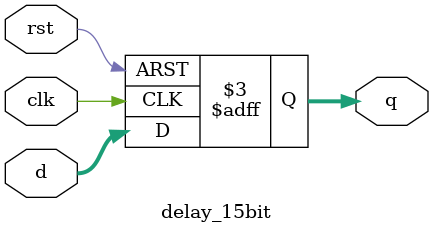
<source format=v>
`timescale 1ns/10ps
module delay_15bit(d,clk,rst,q);
  input [1:15] d;
  input rst, clk;
  output [1:15] q;
  reg [1:15] q;
  always @(posedge clk or negedge rst)
      begin
        if(!rst) 
           begin
             q <= 15'b0;
           end
        else 
           begin
             q <= d;
           end
      end
endmodule
</source>
